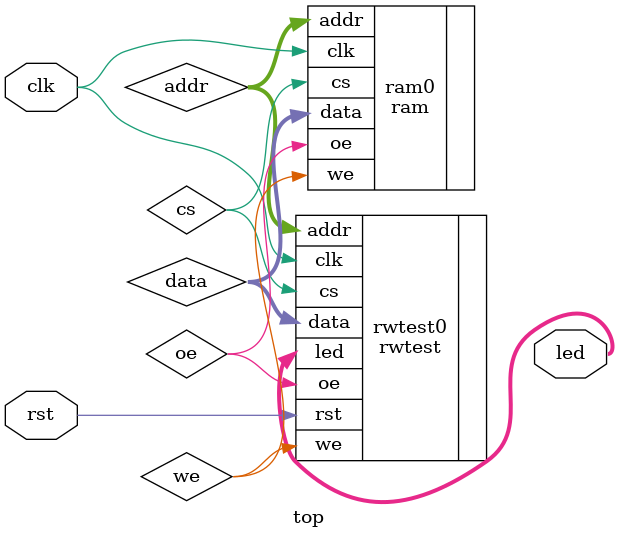
<source format=v>
`timescale 1ns / 1ps
`default_nettype none

module top #(
  parameter RWTEST_CDIV = 50_000_000
)(
  input wire clk,
  input wire rst,
  output wire [7:0] led
);
  wire [15:0] addr;
  wire [7:0] data;
  wire cs, oe, we;

  ram ram0(.clk(clk),
    .addr(addr), .data(data), .cs(cs), .oe(oe), .we(we));

  rwtest #(.CDIV(RWTEST_CDIV)) rwtest0(.clk(clk), .rst(rst),
    .addr(addr), .data(data), .cs(cs), .oe(oe), .we(we), .led(led));

endmodule

`default_nettype wire

</source>
